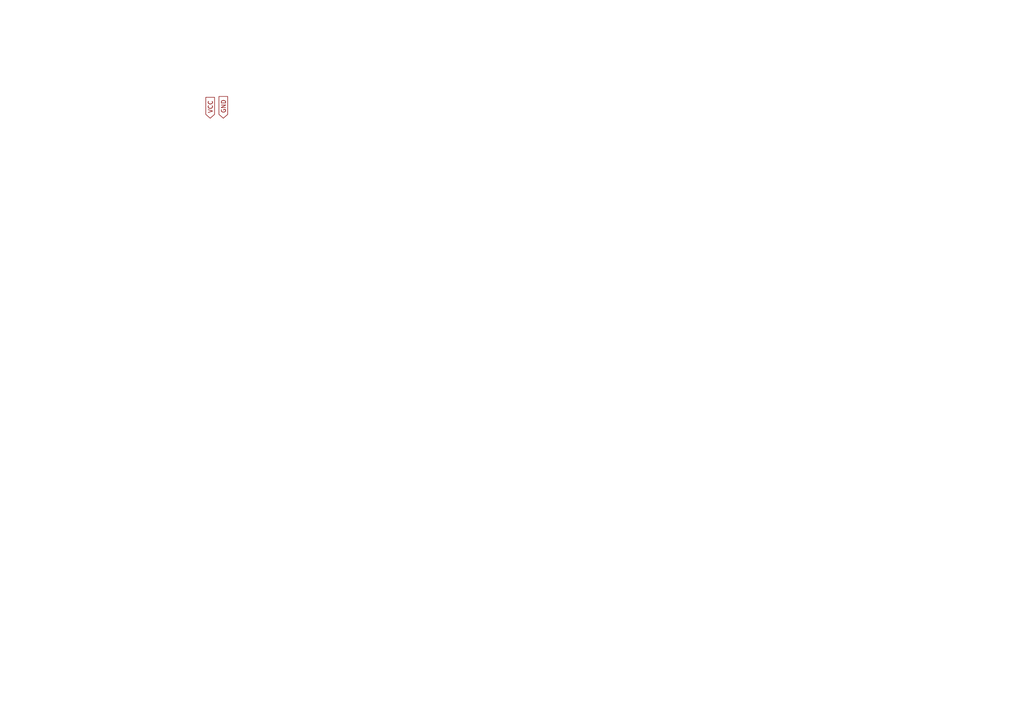
<source format=kicad_sch>
(kicad_sch (version 20211123) (generator eeschema)
  (paper "A4")
  (lib_symbols)
  (global_label "GND" (shape input) (at 64.77 34.29 90) (property "Intersheet References" "${INTERSHEET_REFS}" (effects hide)))
  (global_label "VCC" (shape input) (at 60.96 34.29 90) (property "Intersheet References" "${INTERSHEET_REFS}" (effects hide)))
)
</source>
